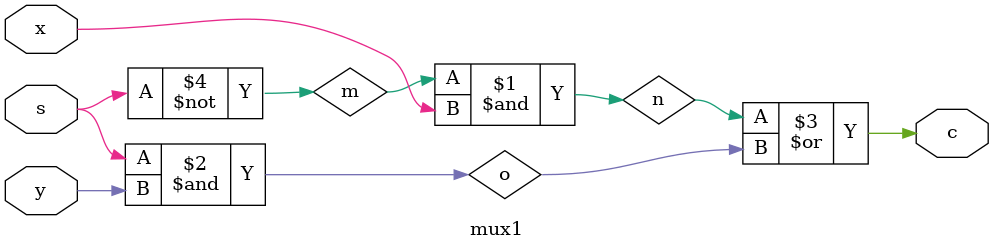
<source format=v>
`timescale 1ns / 1ps


module abc(
    input [31:0] a,
    input [31:0] b,
    output [31:0] c
    
     );
    
    wire [31:0] x,y;
    wire[7:0] S,d,e,q;
    xor s(x[31],a[31],b[31]);  // sign
    
    assign y[31] = x[31];
   
   
    wire cx,Co,cb,cs  ;
    wire w1, w2, w3,w4,w5,w6,w7,w8;
    wire ww1, ww2, ww3,ww4,ww5,ww6,ww7,ww8;
    // instantiating 4 1-bit full adders in Verilog
    
    
 
    fulladder u1(a[23], b[23], 1'b0, S[0], w1);
    fulladder u2(a[23+1], b[23+1], w1, S[1], w2);
    fulladder u3(a[23+2], b[23+2], w2, S[2], w3);
    fulladder u4(a[23+3], b[23+3], w3, S[3], w4);
    fulladder u5(a[23+4], b[23+4], w4, S[4], w5);
    fulladder u6(a[23+5], b[23+5], w5, S[5], w6);
    fulladder u7(a[23+6], b[23+6], w6, S[6], w7);
    fulladder u8(a[23+7], b[23+7], w7, S[7], Co);
  
   
   
 fulladder uu1(S[0], 1'b1, 1'b0, d[0], ww1);
 fulladder uu2(S[1], 1'b0, ww1, d[1], ww2);
 fulladder uu3(S[2], 1'b0, ww2, d[2], ww3);
 fulladder uu4(S[3], 1'b0, ww3, d[3], ww4);
 fulladder uu5(S[4], 1'b0, ww4, d[4], ww5);
 fulladder uu6(S[5], 1'b0, ww5, d[5], ww6);
 fulladder uu7(S[6], 1'b0, ww6, d[6], ww7);
 fulladder uu8(S[7], 1'b1, ww7, d[7], ww8);

   
    generate 
      genvar i;
      
      for(i=0;i<8;i=i+1)
       begin
          assign q[i]=d[i];
       
          assign y[i+23]=d[i];
       end
       endgenerate
       
      
        wire c1,cin2,cin3,cin4,cin5,cin6,cin7,cin8;
   
 
  fulladder ab0(q[0],1'b1,1'b0, e[0], c1);
  fulladder ab1(q[1],1'b0, c1, e[1], cin2);
  fulladder ab2(q[2], 1'b0, cin2, e[2], cin3);
  fulladder ab3(q[3], 1'b0, cin3, e[3], cin4);
  fulladder ab4(q[4], 1'b0, cin4, e[4], cin5);
  fulladder ab5(q[5], 1'b0, cin5, e[5], cin6);
  fulladder ab6(q[6], 1'b0, cin6, e[6], cin7);
  fulladder ab7(q[7], 1'b0, cin7, e[7], cin8);

   generate 
   
      for(i=0;i<8;i=i+1)
       begin
       assign x[i+23]=e[i];
       end
       endgenerate
         
    wire [7:0] a1,a2,a3,b1,b2,b3;
    
    wire [47:0] res1,res2,res3,res4,res5,res6,res7,res8,res9;
    wire [47:0] res12,res13,res14,res15,res16,res17,res18,res19;
    wire [47:0] sum1,sum2,sum3,sum4,sum5,sum6,sum7,sum;
    
 
   generate
     
  for( i=0;i<8;i=i+1)
   begin
        assign a1[i]=a[i];
   end
   
    for( i=8;i<16;i=i+1)
   begin
        assign a2[i-8]=a[i];
   end
   
    for( i=16;i<23;i=i+1)
   begin
        assign a3[i-16]=a[i];
   end
   assign a3[7]=1;
   
    for( i=0;i<8;i=i+1)
   begin
        assign b1[i]=b[i];
   end
   
    for( i=8;i<16;i=i+1)
   begin
        assign b2[i-8]=b[i];
   end
   
    for( i=16;i<23;i=i+1)
   begin
        assign b3[i-16]=b[i];
   end
   assign b3[7]=1;
   
endgenerate
 
 wallacetree w11( a1,b1,res1);
 wallacetree w21( a1,b2,res2);
 wallacetree w31( a1,b3,res3);
 wallacetree w41( a2,b1,res4);
 wallacetree w51( a2,b2,res5);
 wallacetree w61( a2,b3,res6);
 wallacetree w71( a3,b1,res7);
 wallacetree w81( a3,b2,res8);
 wallacetree w91( a3,b3,res9);
 
 
  lshift8 l1( res2, res12);
  lshift8 l2( res4, res14);
  lshift16 l3( res3, res13);
  lshift16 l4( res5, res15);
  lshift16 l5( res7, res17);
  lshift24 l6( res8, res18);
  lshift24 l7( res6, res16);
  lshift32 l8( res9, res19);
  
  
  
  adder r1(res1,res12,sum1);
  adder r2(sum1,res13,sum2);
  adder r3(sum2,res14,sum3);
  adder r4(sum3,res15,sum4);
  adder r5(sum4,res16,sum5);
  adder r6(sum5,res17,sum6);
  adder r7(sum6,res18,sum7);
  adder r8(sum7,res19,sum);
  
   
  
  generate
   
  for(i=23;i<46;i=i+1)
    begin
      
      assign  y[i-23] = sum[i];
   
     end
     
   for(i=24;i<47;i=i+1)
    begin
      
      assign  x[i-24] = sum[i];
   
     end
  
   endgenerate
  

  
 generate
   genvar j;
  for(j=0;j<32;j=j+1)
    begin
      
     mux1 m(x[j],y[j],sum[46],c[j]);
   
     end
endgenerate     
  
  endmodule

   
   module mux1( 
     input x,y,
     input s,
    output c
     );
     
     wire m,n,o;
     not rr1(m,s);
     and rr2( n,m,x);
     and rr3(o,s,y);
     or rr4(c,n,o);
     
 endmodule
    
 



</source>
